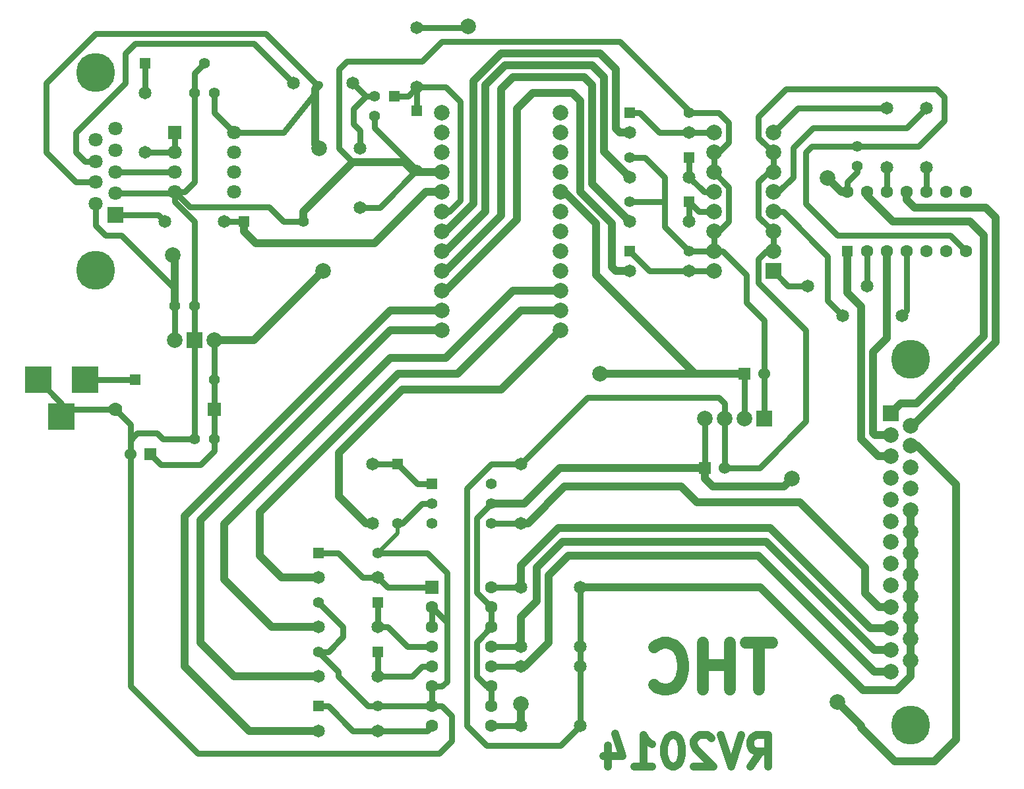
<source format=gbl>
G04 (created by PCBNEW (2013-may-18)-stable) date Fri 10 Jan 2014 12:35:27 PM EET*
%MOIN*%
G04 Gerber Fmt 3.4, Leading zero omitted, Abs format*
%FSLAX34Y34*%
G01*
G70*
G90*
G04 APERTURE LIST*
%ADD10C,0.00590551*%
%ADD11C,0.0393701*%
%ADD12C,0.0590551*%
%ADD13R,0.0787402X0.0787402*%
%ADD14C,0.0787402*%
%ADD15C,0.19685*%
%ADD16R,0.0669291X0.0669291*%
%ADD17C,0.0629921*%
%ADD18C,0.0708661*%
%ADD19R,0.055X0.055*%
%ADD20C,0.065*%
%ADD21C,0.07*%
%ADD22R,0.07X0.07*%
%ADD23C,0.055*%
%ADD24R,0.06X0.06*%
%ADD25C,0.06*%
%ADD26R,0.1378X0.1378*%
%ADD27C,0.0314961*%
%ADD28C,0.019685*%
G04 APERTURE END LIST*
G54D10*
G54D11*
X37350Y-38407D02*
X37875Y-37657D01*
X38250Y-38407D02*
X38250Y-36832D01*
X37650Y-36832D01*
X37500Y-36907D01*
X37425Y-36982D01*
X37350Y-37132D01*
X37350Y-37357D01*
X37425Y-37507D01*
X37500Y-37582D01*
X37650Y-37657D01*
X38250Y-37657D01*
X36900Y-36832D02*
X36376Y-38407D01*
X35851Y-36832D01*
X35401Y-36982D02*
X35326Y-36907D01*
X35176Y-36832D01*
X34801Y-36832D01*
X34651Y-36907D01*
X34576Y-36982D01*
X34501Y-37132D01*
X34501Y-37282D01*
X34576Y-37507D01*
X35476Y-38407D01*
X34501Y-38407D01*
X33526Y-36832D02*
X33376Y-36832D01*
X33226Y-36907D01*
X33151Y-36982D01*
X33076Y-37132D01*
X33001Y-37432D01*
X33001Y-37807D01*
X33076Y-38107D01*
X33151Y-38257D01*
X33226Y-38332D01*
X33376Y-38407D01*
X33526Y-38407D01*
X33676Y-38332D01*
X33751Y-38257D01*
X33826Y-38107D01*
X33901Y-37807D01*
X33901Y-37432D01*
X33826Y-37132D01*
X33751Y-36982D01*
X33676Y-36907D01*
X33526Y-36832D01*
X31501Y-38407D02*
X32401Y-38407D01*
X31951Y-38407D02*
X31951Y-36832D01*
X32101Y-37057D01*
X32251Y-37207D01*
X32401Y-37282D01*
X30151Y-37357D02*
X30151Y-38407D01*
X30526Y-36757D02*
X30901Y-37882D01*
X29926Y-37882D01*
G54D12*
X38457Y-32164D02*
X37107Y-32164D01*
X37782Y-34526D02*
X37782Y-32164D01*
X36319Y-34526D02*
X36319Y-32164D01*
X36319Y-33288D02*
X34970Y-33288D01*
X34970Y-34526D02*
X34970Y-32164D01*
X32495Y-34301D02*
X32607Y-34413D01*
X32945Y-34526D01*
X33170Y-34526D01*
X33507Y-34413D01*
X33732Y-34188D01*
X33845Y-33963D01*
X33957Y-33513D01*
X33957Y-33176D01*
X33845Y-32726D01*
X33732Y-32501D01*
X33507Y-32276D01*
X33170Y-32164D01*
X32945Y-32164D01*
X32607Y-32276D01*
X32495Y-32388D01*
G54D13*
X38063Y-20820D03*
G54D14*
X37063Y-20820D03*
X36063Y-20820D03*
X35063Y-20820D03*
G54D13*
X38513Y-13370D03*
G54D14*
X38513Y-12370D03*
X38513Y-11370D03*
X38513Y-10370D03*
X38513Y-9370D03*
X38513Y-8370D03*
X38513Y-7370D03*
X38513Y-6370D03*
X35513Y-6370D03*
X35513Y-7370D03*
X35513Y-8370D03*
X35513Y-9370D03*
X35513Y-10370D03*
X35513Y-11370D03*
X35513Y-12370D03*
X35513Y-13370D03*
G54D15*
X45463Y-36320D03*
X45463Y-17820D03*
G54D13*
X44463Y-20570D03*
G54D14*
X44463Y-21670D03*
X44463Y-22720D03*
X44463Y-23820D03*
X44463Y-24920D03*
X44463Y-26020D03*
X44463Y-27070D03*
X44463Y-28170D03*
X44463Y-29270D03*
X44463Y-30370D03*
X44463Y-31420D03*
X44463Y-32520D03*
X44463Y-33620D03*
X45463Y-21190D03*
X45463Y-22190D03*
X45463Y-23290D03*
X45463Y-24370D03*
X45463Y-25450D03*
X45463Y-26550D03*
X45463Y-27630D03*
X45463Y-28710D03*
X45463Y-29830D03*
X45463Y-30890D03*
X45463Y-31970D03*
X45463Y-33070D03*
G54D16*
X21263Y-29370D03*
G54D17*
X21263Y-30370D03*
X21263Y-31370D03*
X21263Y-32370D03*
X21263Y-33370D03*
X21263Y-34370D03*
X21263Y-35370D03*
X21263Y-36370D03*
X24263Y-36370D03*
X24263Y-35370D03*
X24263Y-34370D03*
X24263Y-33370D03*
X24263Y-32370D03*
X24263Y-31370D03*
X24263Y-30370D03*
X24263Y-29370D03*
G54D14*
X10263Y-16870D03*
G54D13*
X9263Y-16870D03*
G54D14*
X8263Y-16870D03*
G54D16*
X8263Y-6370D03*
G54D18*
X8263Y-7370D03*
X8263Y-8370D03*
X8263Y-9370D03*
X11263Y-9370D03*
X11263Y-8370D03*
X11263Y-7370D03*
X11263Y-6370D03*
G54D15*
X4263Y-3320D03*
X4263Y-13320D03*
G54D13*
X5263Y-10520D03*
G54D18*
X5263Y-9420D03*
X5263Y-8370D03*
X5263Y-7270D03*
X5263Y-6170D03*
X4263Y-9970D03*
X4263Y-8870D03*
X4263Y-7820D03*
X4263Y-6720D03*
G54D19*
X42263Y-12370D03*
G54D17*
X43263Y-12370D03*
X44263Y-12370D03*
X45263Y-12370D03*
X46263Y-12370D03*
X47263Y-12370D03*
X48263Y-12370D03*
X48263Y-9370D03*
X47263Y-9370D03*
X46263Y-9370D03*
X45263Y-9370D03*
X44263Y-9370D03*
X43263Y-9370D03*
X42263Y-9370D03*
G54D20*
X25763Y-32370D03*
X28763Y-32370D03*
X31263Y-6370D03*
X34263Y-6370D03*
X18513Y-36620D03*
X15513Y-36620D03*
X18513Y-33870D03*
X15513Y-33870D03*
X18513Y-31370D03*
X15513Y-31370D03*
X18263Y-23120D03*
X18263Y-26120D03*
X25763Y-36370D03*
X28763Y-36370D03*
X25763Y-33370D03*
X28763Y-33370D03*
X31263Y-8620D03*
X34263Y-8620D03*
X25763Y-29370D03*
X28763Y-29370D03*
X25763Y-26120D03*
X25763Y-23120D03*
X31263Y-10870D03*
X34263Y-10870D03*
X43263Y-14120D03*
X40263Y-14120D03*
X45013Y-15620D03*
X42013Y-15620D03*
X46263Y-8120D03*
X46263Y-5120D03*
X44263Y-8120D03*
X44263Y-5120D03*
X31263Y-13370D03*
X34263Y-13370D03*
X18513Y-28870D03*
X15513Y-28870D03*
X14263Y-3870D03*
X17263Y-3870D03*
X7763Y-10870D03*
X10763Y-10870D03*
X6763Y-7370D03*
X6763Y-4370D03*
G54D21*
X5263Y-20370D03*
G54D22*
X10263Y-20370D03*
G54D19*
X18513Y-32620D03*
G54D23*
X15513Y-32620D03*
G54D19*
X18513Y-30120D03*
G54D23*
X15513Y-30120D03*
G54D19*
X15513Y-35370D03*
G54D23*
X18513Y-35370D03*
G54D19*
X15513Y-27620D03*
G54D23*
X18513Y-27620D03*
G54D19*
X19513Y-23120D03*
G54D23*
X19513Y-26120D03*
G54D19*
X31263Y-12370D03*
G54D23*
X34263Y-12370D03*
G54D19*
X31263Y-5370D03*
G54D23*
X34263Y-5370D03*
G54D19*
X34263Y-9870D03*
G54D23*
X31263Y-9870D03*
G54D19*
X34263Y-7620D03*
G54D23*
X31263Y-7620D03*
G54D19*
X20488Y-5270D03*
G54D23*
X20488Y-8270D03*
G54D19*
X11763Y-10870D03*
G54D23*
X14763Y-10870D03*
G54D19*
X6763Y-2870D03*
G54D23*
X9763Y-2870D03*
G54D19*
X6263Y-18870D03*
G54D23*
X10263Y-18870D03*
G54D24*
X37063Y-18570D03*
G54D25*
X38063Y-18570D03*
G54D24*
X35063Y-23320D03*
G54D25*
X36063Y-23320D03*
G54D24*
X7013Y-22620D03*
G54D25*
X6013Y-22620D03*
G54D23*
X42763Y-8070D03*
X42763Y-7070D03*
X10263Y-4370D03*
X9263Y-4370D03*
X8263Y-15120D03*
X9263Y-15120D03*
X10263Y-21870D03*
X9263Y-21870D03*
G54D26*
X3704Y-18870D03*
X1342Y-18870D03*
X2523Y-20720D03*
G54D14*
X21763Y-5370D03*
X21763Y-6370D03*
X21763Y-7370D03*
X21763Y-8370D03*
X21763Y-9370D03*
X21763Y-10370D03*
X21763Y-11370D03*
X21763Y-12370D03*
X21763Y-13370D03*
X21763Y-14370D03*
X21763Y-15370D03*
X21763Y-16370D03*
X27763Y-16370D03*
X27763Y-15370D03*
X27763Y-14370D03*
X27763Y-13370D03*
X27763Y-12370D03*
X27763Y-11370D03*
X27763Y-10370D03*
X27763Y-9370D03*
X27763Y-8370D03*
X27763Y-7370D03*
X27763Y-6370D03*
X27763Y-5370D03*
G54D19*
X21263Y-24120D03*
G54D23*
X21263Y-25120D03*
X21263Y-26120D03*
X24263Y-26120D03*
X24263Y-25120D03*
X24263Y-24120D03*
G54D19*
X19338Y-4520D03*
G54D23*
X18338Y-4520D03*
X18338Y-5520D03*
G54D20*
X17613Y-10145D03*
X17613Y-7145D03*
X20488Y-4070D03*
X20488Y-1070D03*
G54D14*
X15563Y-7170D03*
X15763Y-13370D03*
X23088Y-995D03*
X8163Y-12570D03*
X29763Y-18570D03*
X39463Y-23870D03*
X41263Y-8670D03*
X25763Y-35270D03*
X41763Y-35170D03*
G54D11*
X10263Y-16870D02*
X12263Y-16870D01*
X15363Y-6970D02*
X15363Y-4170D01*
X15563Y-7170D02*
X15363Y-6970D01*
X12263Y-16870D02*
X15763Y-13370D01*
X15363Y-4170D02*
X15563Y-3970D01*
G54D27*
X10263Y-20370D02*
X10263Y-21870D01*
X10263Y-18870D02*
X10263Y-16870D01*
X10263Y-21870D02*
X10263Y-22470D01*
X7563Y-23170D02*
X7013Y-22620D01*
X9563Y-23170D02*
X7563Y-23170D01*
X10263Y-22470D02*
X9563Y-23170D01*
X10263Y-21870D02*
X10263Y-16870D01*
X11263Y-6370D02*
X13763Y-6370D01*
X13763Y-6370D02*
X15363Y-4370D01*
X15363Y-4370D02*
X15363Y-4170D01*
X3263Y-8870D02*
X4263Y-8870D01*
X15363Y-4170D02*
X15363Y-3870D01*
X15363Y-3870D02*
X12863Y-1370D01*
X12863Y-1370D02*
X4263Y-1370D01*
X4263Y-1370D02*
X1763Y-3870D01*
X1763Y-3870D02*
X1763Y-7370D01*
X1763Y-7370D02*
X3263Y-8870D01*
X10263Y-4370D02*
X10263Y-5370D01*
X10263Y-5370D02*
X11263Y-6370D01*
X20488Y-1070D02*
X23013Y-1070D01*
X23013Y-1070D02*
X23088Y-995D01*
G54D11*
X34763Y-18570D02*
X29763Y-18570D01*
X8263Y-12670D02*
X8263Y-15120D01*
X8163Y-12570D02*
X8263Y-12670D01*
X27763Y-9370D02*
X27963Y-9370D01*
X34563Y-18570D02*
X34763Y-18570D01*
X34763Y-18570D02*
X37063Y-18570D01*
X29563Y-13570D02*
X34563Y-18570D01*
X29563Y-10970D02*
X29563Y-13570D01*
X27963Y-9370D02*
X29563Y-10970D01*
G54D27*
X8263Y-15120D02*
X8263Y-14270D01*
X4763Y-11570D02*
X4263Y-11070D01*
X5563Y-11570D02*
X4763Y-11570D01*
X6363Y-12370D02*
X5563Y-11570D01*
X4263Y-11070D02*
X4263Y-9970D01*
X8263Y-14270D02*
X6363Y-12370D01*
X8263Y-16870D02*
X8263Y-15120D01*
X37063Y-20820D02*
X37063Y-18570D01*
G54D11*
X42263Y-9370D02*
X41963Y-9370D01*
X35063Y-23870D02*
X35063Y-23320D01*
X35463Y-24270D02*
X35063Y-23870D01*
X39063Y-24270D02*
X35463Y-24270D01*
X39463Y-23870D02*
X39063Y-24270D01*
X41963Y-9370D02*
X41263Y-8670D01*
X35063Y-23320D02*
X27713Y-23320D01*
X27713Y-23320D02*
X25913Y-25120D01*
X25913Y-25120D02*
X24263Y-25120D01*
G54D27*
X42763Y-8070D02*
X42763Y-8370D01*
X42263Y-8870D02*
X42263Y-9370D01*
X42763Y-8370D02*
X42263Y-8870D01*
X24263Y-25120D02*
X23513Y-25870D01*
X23513Y-29620D02*
X24263Y-30370D01*
X23513Y-25870D02*
X23513Y-29620D01*
X24263Y-34370D02*
X24013Y-34370D01*
X23513Y-32120D02*
X24263Y-31370D01*
X23513Y-33870D02*
X23513Y-32120D01*
X24013Y-34370D02*
X23513Y-33870D01*
X24263Y-31370D02*
X24263Y-30370D01*
X24263Y-35370D02*
X24263Y-34370D01*
X35063Y-20820D02*
X35063Y-23320D01*
X6763Y-4370D02*
X6763Y-2870D01*
X4263Y-7820D02*
X3713Y-7820D01*
X12263Y-1870D02*
X14263Y-3870D01*
X6263Y-1870D02*
X12263Y-1870D01*
X5763Y-2370D02*
X6263Y-1870D01*
X5763Y-3870D02*
X5763Y-2370D01*
X3263Y-6370D02*
X5763Y-3870D01*
X3263Y-7370D02*
X3263Y-6370D01*
X3713Y-7820D02*
X3263Y-7370D01*
X5263Y-8370D02*
X8263Y-8370D01*
G54D11*
X43263Y-9370D02*
X43263Y-9570D01*
X44963Y-20070D02*
X44463Y-20570D01*
X45763Y-20070D02*
X44963Y-20070D01*
X49163Y-16670D02*
X45763Y-20070D01*
X49163Y-11570D02*
X49163Y-16670D01*
X48463Y-10870D02*
X49163Y-11570D01*
X44563Y-10870D02*
X48463Y-10870D01*
X43263Y-9570D02*
X44563Y-10870D01*
X45463Y-21190D02*
X45543Y-21190D01*
X45263Y-9770D02*
X45263Y-9370D01*
X45663Y-10170D02*
X45263Y-9770D01*
X49263Y-10170D02*
X45663Y-10170D01*
X49763Y-10670D02*
X49263Y-10170D01*
X49763Y-16970D02*
X49763Y-10670D01*
X45543Y-21190D02*
X49763Y-16970D01*
X44263Y-12370D02*
X44263Y-16770D01*
X43663Y-21670D02*
X44463Y-21670D01*
X43563Y-21570D02*
X43663Y-21670D01*
X43563Y-17470D02*
X43563Y-21570D01*
X44263Y-16770D02*
X43563Y-17470D01*
X44463Y-22720D02*
X43813Y-22720D01*
X42263Y-14470D02*
X42263Y-12370D01*
X42963Y-15170D02*
X42263Y-14470D01*
X42963Y-21870D02*
X42963Y-15170D01*
X43813Y-22720D02*
X42963Y-21870D01*
X45463Y-22190D02*
X45783Y-22190D01*
X25763Y-35270D02*
X25763Y-36370D01*
X42963Y-36370D02*
X41763Y-35170D01*
X42963Y-36470D02*
X42963Y-36370D01*
X44663Y-38170D02*
X42963Y-36470D01*
X46663Y-38170D02*
X44663Y-38170D01*
X47763Y-37070D02*
X46663Y-38170D01*
X47763Y-24170D02*
X47763Y-37070D01*
X45783Y-22190D02*
X47763Y-24170D01*
G54D27*
X24263Y-36370D02*
X25763Y-36370D01*
G54D11*
X25763Y-26120D02*
X26113Y-26120D01*
X43863Y-30370D02*
X44463Y-30370D01*
X43163Y-29670D02*
X43863Y-30370D01*
X43163Y-28370D02*
X43163Y-29670D01*
X39863Y-25070D02*
X43163Y-28370D01*
X34663Y-25070D02*
X39863Y-25070D01*
X33863Y-24270D02*
X34663Y-25070D01*
X27963Y-24270D02*
X33863Y-24270D01*
X26113Y-26120D02*
X27963Y-24270D01*
G54D27*
X24263Y-26120D02*
X25763Y-26120D01*
G54D11*
X44463Y-31420D02*
X43413Y-31420D01*
X25763Y-28270D02*
X25763Y-29370D01*
X27663Y-26370D02*
X25763Y-28270D01*
X38363Y-26370D02*
X27663Y-26370D01*
X43413Y-31420D02*
X38363Y-26370D01*
G54D27*
X24263Y-29370D02*
X25763Y-29370D01*
G54D11*
X25763Y-32370D02*
X25763Y-30870D01*
X43613Y-32520D02*
X44463Y-32520D01*
X38163Y-27070D02*
X43613Y-32520D01*
X27863Y-27070D02*
X38163Y-27070D01*
X26563Y-28370D02*
X27863Y-27070D01*
X26563Y-30070D02*
X26563Y-28370D01*
X25763Y-30870D02*
X26563Y-30070D01*
G54D27*
X24263Y-32370D02*
X25763Y-32370D01*
G54D11*
X25763Y-33370D02*
X25963Y-33370D01*
X43613Y-33620D02*
X44463Y-33620D01*
X37763Y-27770D02*
X43613Y-33620D01*
X28163Y-27770D02*
X37763Y-27770D01*
X27163Y-28770D02*
X28163Y-27770D01*
X27163Y-32170D02*
X27163Y-28770D01*
X25963Y-33370D02*
X27163Y-32170D01*
G54D27*
X24263Y-33370D02*
X25763Y-33370D01*
X5263Y-10520D02*
X7413Y-10520D01*
X7413Y-10520D02*
X7763Y-10870D01*
X18338Y-5520D02*
X18338Y-6120D01*
X18338Y-6120D02*
X20488Y-8270D01*
X17613Y-10145D02*
X18613Y-10145D01*
X18613Y-10145D02*
X20488Y-8270D01*
G54D11*
X17263Y-7870D02*
X19863Y-7870D01*
X20363Y-8370D02*
X21763Y-8370D01*
X19863Y-7870D02*
X20363Y-8370D01*
X14763Y-10870D02*
X14763Y-10370D01*
X14763Y-10370D02*
X17263Y-7870D01*
G54D27*
X34263Y-5370D02*
X34263Y-5270D01*
X34263Y-5270D02*
X30763Y-1770D01*
X30763Y-1770D02*
X21763Y-1770D01*
X21763Y-1770D02*
X20763Y-2770D01*
X20763Y-2770D02*
X16963Y-2770D01*
X16963Y-2770D02*
X16563Y-3170D01*
X16563Y-3170D02*
X16563Y-7170D01*
X16563Y-7170D02*
X17263Y-7870D01*
X35513Y-12370D02*
X35963Y-12370D01*
X38063Y-15870D02*
X38063Y-18570D01*
X37163Y-14970D02*
X38063Y-15870D01*
X37163Y-13570D02*
X37163Y-14970D01*
X35963Y-12370D02*
X37163Y-13570D01*
X5263Y-20370D02*
X2873Y-20370D01*
X2873Y-20370D02*
X2523Y-20720D01*
X6013Y-22620D02*
X6013Y-21120D01*
X6013Y-21120D02*
X5263Y-20370D01*
X9263Y-21870D02*
X7663Y-21870D01*
X6013Y-21920D02*
X6013Y-22620D01*
X6363Y-21570D02*
X6013Y-21920D01*
X7363Y-21570D02*
X6363Y-21570D01*
X7663Y-21870D02*
X7363Y-21570D01*
X9263Y-16870D02*
X9263Y-21870D01*
X9263Y-16870D02*
X9263Y-15120D01*
X9263Y-15120D02*
X9263Y-10870D01*
X8263Y-9870D02*
X8263Y-9370D01*
X9263Y-10870D02*
X8263Y-9870D01*
G54D28*
X19513Y-26120D02*
X19513Y-26620D01*
X19513Y-26620D02*
X18513Y-27620D01*
G54D27*
X21263Y-35370D02*
X21763Y-35370D01*
X21763Y-35370D02*
X22263Y-35870D01*
X22263Y-35870D02*
X22263Y-37120D01*
X22263Y-37120D02*
X21613Y-37770D01*
X21613Y-37770D02*
X9413Y-37770D01*
X9413Y-37770D02*
X6013Y-34370D01*
X6013Y-34370D02*
X6013Y-22620D01*
X19513Y-26120D02*
X19763Y-26120D01*
X19763Y-26120D02*
X20763Y-25120D01*
X20763Y-25120D02*
X21263Y-25120D01*
X33013Y-9870D02*
X31263Y-9870D01*
X34263Y-12370D02*
X35513Y-12370D01*
X31263Y-7620D02*
X32013Y-7620D01*
X33013Y-11120D02*
X34263Y-12370D01*
X33013Y-8620D02*
X33013Y-9870D01*
X33013Y-9870D02*
X33013Y-11120D01*
X32013Y-7620D02*
X33013Y-8620D01*
X35513Y-7370D02*
X35763Y-7370D01*
X35763Y-7370D02*
X36263Y-6870D01*
X36263Y-6870D02*
X36263Y-5870D01*
X36263Y-5870D02*
X35763Y-5370D01*
X35763Y-5370D02*
X34263Y-5370D01*
X35513Y-8370D02*
X35513Y-7370D01*
X35513Y-11370D02*
X35763Y-11370D01*
X36263Y-9120D02*
X35513Y-8370D01*
X36263Y-10870D02*
X36263Y-9120D01*
X35763Y-11370D02*
X36263Y-10870D01*
X35513Y-12370D02*
X35513Y-11370D01*
X15513Y-32620D02*
X16013Y-32620D01*
X16763Y-31370D02*
X15513Y-30120D01*
X16763Y-31870D02*
X16763Y-31370D01*
X16013Y-32620D02*
X16763Y-31870D01*
X18513Y-35370D02*
X18013Y-35370D01*
X16513Y-33620D02*
X15513Y-32620D01*
X16513Y-33870D02*
X16513Y-33620D01*
X18013Y-35370D02*
X16513Y-33870D01*
X18513Y-27620D02*
X20763Y-27620D01*
X21013Y-27620D02*
X22013Y-28620D01*
X22013Y-28620D02*
X22013Y-31120D01*
X20763Y-27620D02*
X21013Y-27620D01*
X21263Y-34370D02*
X21763Y-34370D01*
X21763Y-34370D02*
X22013Y-34120D01*
X22013Y-31120D02*
X21263Y-30370D01*
X22013Y-34120D02*
X22013Y-31120D01*
X21263Y-31370D02*
X21263Y-30370D01*
X21263Y-35370D02*
X21263Y-34370D01*
X21263Y-35370D02*
X18513Y-35370D01*
X38063Y-18570D02*
X38063Y-21070D01*
X38063Y-21070D02*
X38063Y-20820D01*
X14763Y-10870D02*
X13763Y-10870D01*
X9013Y-10120D02*
X8263Y-9370D01*
X13013Y-10120D02*
X9013Y-10120D01*
X13763Y-10870D02*
X13013Y-10120D01*
X2523Y-20720D02*
X2523Y-20051D01*
X2523Y-20051D02*
X1342Y-18870D01*
X9263Y-4370D02*
X9263Y-3370D01*
X9263Y-3370D02*
X9763Y-2870D01*
X9263Y-4370D02*
X9263Y-8870D01*
X9263Y-8870D02*
X8763Y-9370D01*
X8763Y-9370D02*
X8263Y-9370D01*
X5263Y-9420D02*
X8213Y-9420D01*
X8213Y-9420D02*
X8263Y-9370D01*
G54D11*
X45463Y-33070D02*
X45463Y-33870D01*
X37863Y-29370D02*
X28763Y-29370D01*
X43063Y-34570D02*
X37863Y-29370D01*
X44763Y-34570D02*
X43063Y-34570D01*
X45463Y-33870D02*
X44763Y-34570D01*
X45463Y-31970D02*
X45463Y-33070D01*
X45463Y-30890D02*
X45463Y-31970D01*
X45463Y-29830D02*
X45463Y-30890D01*
X45463Y-28710D02*
X45463Y-29830D01*
X45463Y-27630D02*
X45463Y-28710D01*
X45463Y-26550D02*
X45463Y-27630D01*
X45463Y-25450D02*
X45463Y-26550D01*
G54D27*
X42763Y-7070D02*
X40463Y-7070D01*
X47463Y-11570D02*
X48263Y-12370D01*
X41763Y-11570D02*
X47463Y-11570D01*
X40163Y-9970D02*
X41763Y-11570D01*
X40163Y-7370D02*
X40163Y-9970D01*
X40463Y-7070D02*
X40163Y-7370D01*
X42763Y-7070D02*
X45863Y-7070D01*
X37763Y-6620D02*
X38513Y-7370D01*
X37763Y-5570D02*
X37763Y-6620D01*
X39163Y-4170D02*
X37763Y-5570D01*
X46763Y-4170D02*
X39163Y-4170D01*
X47163Y-4570D02*
X46763Y-4170D01*
X47163Y-5770D02*
X47163Y-4570D01*
X45863Y-7070D02*
X47163Y-5770D01*
X36063Y-23320D02*
X37813Y-23320D01*
X38163Y-12370D02*
X38513Y-12370D01*
X37763Y-12770D02*
X38163Y-12370D01*
X37763Y-13970D02*
X37763Y-12770D01*
X40163Y-16370D02*
X37763Y-13970D01*
X40163Y-20970D02*
X40163Y-16370D01*
X37813Y-23320D02*
X40163Y-20970D01*
X36063Y-20820D02*
X36063Y-20070D01*
X29113Y-19770D02*
X25763Y-23120D01*
X35763Y-19770D02*
X29113Y-19770D01*
X36063Y-20070D02*
X35763Y-19770D01*
X25763Y-23120D02*
X24263Y-23120D01*
X27763Y-37370D02*
X28763Y-36370D01*
X24013Y-37370D02*
X27763Y-37370D01*
X23013Y-36370D02*
X24013Y-37370D01*
X23013Y-24370D02*
X23013Y-36370D01*
X24263Y-23120D02*
X23013Y-24370D01*
X38513Y-7370D02*
X38513Y-8120D01*
X37763Y-10620D02*
X38513Y-11370D01*
X37763Y-8870D02*
X37763Y-9870D01*
X37763Y-9870D02*
X37763Y-10620D01*
X38513Y-8120D02*
X37763Y-8870D01*
X38513Y-8370D02*
X38513Y-7370D01*
X38513Y-12370D02*
X38513Y-11370D01*
X28763Y-32370D02*
X28763Y-29370D01*
X28763Y-32370D02*
X28763Y-33370D01*
X28763Y-36370D02*
X28763Y-33370D01*
X36063Y-23320D02*
X36063Y-20820D01*
G54D11*
X21763Y-11370D02*
X21963Y-11370D01*
X30763Y-6370D02*
X31263Y-6370D01*
X30563Y-6170D02*
X30763Y-6370D01*
X30563Y-3170D02*
X30563Y-6170D01*
X29763Y-2370D02*
X30563Y-3170D01*
X24763Y-2370D02*
X29763Y-2370D01*
X23363Y-3770D02*
X24763Y-2370D01*
X23363Y-9970D02*
X23363Y-3770D01*
X21963Y-11370D02*
X23363Y-9970D01*
X21763Y-12370D02*
X21963Y-12370D01*
X29963Y-7320D02*
X31263Y-8620D01*
X29963Y-3570D02*
X29963Y-7320D01*
X29363Y-2970D02*
X29963Y-3570D01*
X24963Y-2970D02*
X29363Y-2970D01*
X23963Y-3970D02*
X24963Y-2970D01*
X23963Y-10370D02*
X23963Y-3970D01*
X21963Y-12370D02*
X23963Y-10370D01*
X21763Y-13370D02*
X21963Y-13370D01*
X29363Y-8970D02*
X31263Y-10870D01*
X29363Y-3970D02*
X29363Y-8970D01*
X28963Y-3570D02*
X29363Y-3970D01*
X25363Y-3570D02*
X28963Y-3570D01*
X24763Y-4170D02*
X25363Y-3570D01*
X24763Y-10570D02*
X24763Y-4170D01*
X21963Y-13370D02*
X24763Y-10570D01*
X28763Y-8970D02*
X28763Y-9370D01*
X21963Y-14370D02*
X25563Y-10770D01*
X25563Y-10770D02*
X25563Y-5170D01*
X25563Y-5170D02*
X26363Y-4370D01*
X26363Y-4370D02*
X28363Y-4370D01*
X28363Y-4370D02*
X28763Y-4770D01*
X28763Y-4770D02*
X28763Y-8970D01*
X21763Y-14370D02*
X21963Y-14370D01*
X30563Y-13370D02*
X31263Y-13370D01*
X30363Y-13170D02*
X30563Y-13370D01*
X30363Y-10970D02*
X30363Y-13170D01*
X28763Y-9370D02*
X30363Y-10970D01*
X21763Y-15370D02*
X19163Y-15370D01*
X12013Y-36620D02*
X15513Y-36620D01*
X8763Y-33370D02*
X12013Y-36620D01*
X8763Y-25770D02*
X8763Y-33370D01*
X19163Y-15370D02*
X8763Y-25770D01*
X18263Y-26120D02*
X17913Y-26120D01*
X24763Y-19370D02*
X27763Y-16370D01*
X19763Y-19370D02*
X24763Y-19370D01*
X16563Y-22570D02*
X19763Y-19370D01*
X16563Y-24770D02*
X16563Y-22570D01*
X17913Y-26120D02*
X16563Y-24770D01*
X27763Y-15370D02*
X25763Y-15370D01*
X13663Y-28870D02*
X15513Y-28870D01*
X12563Y-27770D02*
X13663Y-28870D01*
X12563Y-25570D02*
X12563Y-27770D01*
X19563Y-18570D02*
X12563Y-25570D01*
X22563Y-18570D02*
X19563Y-18570D01*
X25763Y-15370D02*
X22563Y-18570D01*
X27763Y-14370D02*
X25363Y-14370D01*
X13163Y-31370D02*
X15513Y-31370D01*
X10763Y-28970D02*
X13163Y-31370D01*
X10763Y-26170D02*
X10763Y-28970D01*
X19163Y-17770D02*
X10763Y-26170D01*
X21963Y-17770D02*
X19163Y-17770D01*
X25363Y-14370D02*
X21963Y-17770D01*
X21763Y-16370D02*
X19163Y-16370D01*
X11263Y-33870D02*
X15513Y-33870D01*
X9563Y-32170D02*
X11263Y-33870D01*
X9563Y-25970D02*
X9563Y-32170D01*
X19163Y-16370D02*
X9563Y-25970D01*
G54D27*
X6763Y-7370D02*
X8263Y-7370D01*
X8263Y-7370D02*
X8263Y-6370D01*
X18338Y-4520D02*
X17913Y-4520D01*
X17913Y-4520D02*
X17263Y-3870D01*
X17613Y-7145D02*
X17613Y-6245D01*
X17288Y-5145D02*
X17913Y-4520D01*
X17288Y-5920D02*
X17288Y-5145D01*
X17613Y-6245D02*
X17288Y-5920D01*
X3704Y-18870D02*
X6263Y-18870D01*
X21263Y-24120D02*
X20513Y-24120D01*
X20513Y-24120D02*
X19513Y-23120D01*
X19513Y-23120D02*
X18263Y-23120D01*
X44263Y-5120D02*
X39763Y-5120D01*
X39763Y-5120D02*
X38513Y-6370D01*
X38513Y-9370D02*
X38763Y-9370D01*
X45263Y-6120D02*
X46263Y-5120D01*
X40513Y-6120D02*
X45263Y-6120D01*
X39513Y-7120D02*
X40513Y-6120D01*
X39513Y-8620D02*
X39513Y-7120D01*
X38763Y-9370D02*
X39513Y-8620D01*
X38513Y-10370D02*
X39013Y-10370D01*
X41263Y-14870D02*
X42013Y-15620D01*
X41263Y-12620D02*
X41263Y-14870D01*
X39013Y-10370D02*
X41263Y-12620D01*
X40263Y-14120D02*
X39263Y-14120D01*
X39263Y-14120D02*
X38513Y-13370D01*
X44263Y-8120D02*
X44263Y-9370D01*
X46263Y-8120D02*
X46263Y-9370D01*
G54D11*
X11763Y-10870D02*
X11763Y-11370D01*
X20963Y-9370D02*
X21763Y-9370D01*
X18363Y-11970D02*
X20963Y-9370D01*
X12363Y-11970D02*
X18363Y-11970D01*
X11763Y-11370D02*
X12363Y-11970D01*
G54D27*
X10763Y-10870D02*
X11763Y-10870D01*
X45263Y-12370D02*
X45263Y-15370D01*
X45263Y-15370D02*
X45013Y-15620D01*
X43263Y-14120D02*
X43263Y-12370D01*
X20488Y-4070D02*
X21963Y-4070D01*
X22113Y-10370D02*
X21763Y-10370D01*
X22688Y-9795D02*
X22113Y-10370D01*
X22688Y-4795D02*
X22688Y-9795D01*
X21963Y-4070D02*
X22688Y-4795D01*
X20488Y-4070D02*
X20488Y-5270D01*
X19338Y-4520D02*
X20038Y-4520D01*
X20038Y-4520D02*
X20488Y-4070D01*
X34263Y-13370D02*
X32263Y-13370D01*
X32263Y-13370D02*
X31263Y-12370D01*
X35513Y-13370D02*
X34263Y-13370D01*
X34263Y-6370D02*
X32763Y-6370D01*
X31763Y-5370D02*
X31263Y-5370D01*
X32763Y-6370D02*
X31763Y-5370D01*
X35513Y-6370D02*
X34263Y-6370D01*
X35513Y-9370D02*
X35013Y-9370D01*
X35013Y-9370D02*
X34263Y-8620D01*
X34263Y-8620D02*
X34263Y-7620D01*
X35513Y-10370D02*
X34763Y-10370D01*
X34763Y-10370D02*
X34263Y-9870D01*
X34263Y-9870D02*
X34263Y-10870D01*
X18513Y-36620D02*
X17263Y-36620D01*
X16013Y-35370D02*
X15513Y-35370D01*
X17263Y-36620D02*
X16013Y-35370D01*
X18513Y-36620D02*
X21013Y-36620D01*
X21013Y-36620D02*
X21263Y-36370D01*
X18513Y-33870D02*
X20263Y-33870D01*
X20763Y-33370D02*
X21263Y-33370D01*
X20263Y-33870D02*
X20763Y-33370D01*
X18513Y-33870D02*
X18513Y-32620D01*
X18513Y-31370D02*
X18513Y-30120D01*
X21263Y-32370D02*
X20013Y-32370D01*
X19013Y-31370D02*
X18513Y-31370D01*
X20013Y-32370D02*
X19013Y-31370D01*
X21263Y-29370D02*
X19013Y-29370D01*
X19013Y-29370D02*
X18513Y-28870D01*
X18513Y-28870D02*
X17763Y-28870D01*
X16513Y-27620D02*
X15513Y-27620D01*
X17763Y-28870D02*
X16513Y-27620D01*
M02*

</source>
